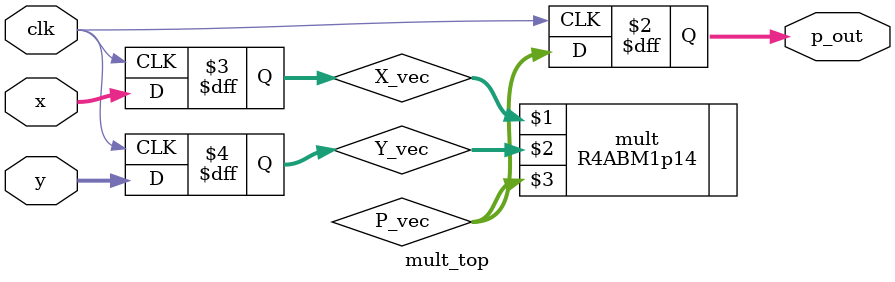
<source format=v>

`include "timescale.v"

module mult_top(
    // Clock and reset
    input clk,
    // Input X has a form x_i%d where %d denotes the bit number
    input  [15:0] x,
    // Input Y has a form y_i%d where %d denotes the bit number
    input  [15:0] y,
    // Output P has a form p_out%d where %d denotes the bit number
    output reg [31:0] p_out
    );

    
    // Now we have X_vec and Y_vec signal 
    // Then we do processing with these signals and store the 
    // intermidiate result in P_vec
    // For example purposes X_vec and Y_vec are concanated and stored in P_vec
    wire [31:0] P_vec;
    reg [15:0] X_vec;
    reg [15:0] Y_vec;
    
    R4ABM1p14 mult(X_vec,Y_vec,P_vec); 

 
    always @(posedge clk) 
    begin
        p_out = P_vec;
        X_vec = x;
        Y_vec = y;
    end

endmodule 


</source>
